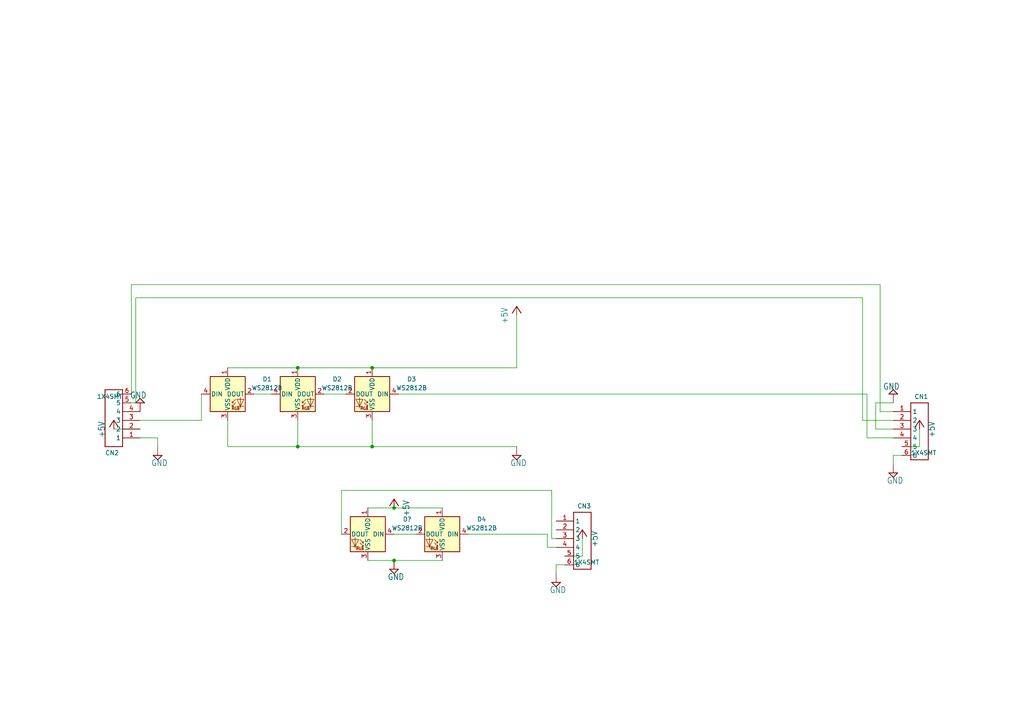
<source format=kicad_sch>
(kicad_sch (version 20211123) (generator eeschema)
  (paper "A4")
  (lib_symbols
    (symbol "1X4SMT_1"
      (property "Reference" "CN" (at 5.08 7.62 0))
      (property "Value" "1X4SMT_1" (at 0 -10.16 0))
      (symbol "1X4SMT_1_1_0"
        (polyline (pts (xy 0 -11.43) (xy 0 5.08)) (stroke (width 0.254)))
        (polyline (pts (xy 0 5.08) (xy 5.08 5.08)) (stroke (width 0.254)))
        (polyline (pts (xy 5.08 -11.43) (xy 0 -11.43)) (stroke (width 0.254)))
        (polyline (pts (xy 5.08 5.08) (xy 5.08 -11.43)) (stroke (width 0.254)))
        (pin bidirectional line (at -5.08 2.54 0) (length 5.08) (name "1") (number "1"))
        (pin bidirectional line (at -5.08 0 0) (length 5.08) (name "2") (number "2"))
        (pin bidirectional line (at -5.08 -2.54 0) (length 5.08) (name "3") (number "3"))
        (pin bidirectional line (at -5.08 -5.08 0) (length 5.08) (name "4") (number "4"))
      )
      (symbol "1X4SMT_1_1_1"
        (pin bidirectional line (at -2.54 -7.62 0) (length 2.54) (name "5") (number "5"))
        (pin bidirectional line (at -2.54 -10.16 0) (length 2.54) (name "6") (number "6"))
      )
    )
    (symbol "Adafruit NeoPixel 8 Stick-eagle-import:+5V" (power)
      (property "Value" "+5V" (at -2.54 -5.08 90))
      (symbol "+5V_1_0"
        (polyline (pts (xy 0 0) (xy -1.27 -1.905)) (stroke (width 0.254)))
        (polyline (pts (xy 1.27 -1.905) (xy 0 0)) (stroke (width 0.254)))
        (pin power_in line (at 0 -2.54 90) (length 2.54) (name "+5V") (number "1"))
      )
    )
    (symbol "Adafruit NeoPixel 8 Stick-eagle-import:1X4SMT"
      (property "Reference" "CN" (at 5.08 7.62 0))
      (property "Value" "1X4SMT" (at 0 -10.16 0))
      (symbol "1X4SMT_1_0"
        (polyline (pts (xy 0 -11.43) (xy 0 5.08)) (stroke (width 0.254)))
        (polyline (pts (xy 0 5.08) (xy 5.08 5.08)) (stroke (width 0.254)))
        (polyline (pts (xy 5.08 -11.43) (xy 0 -11.43)) (stroke (width 0.254)))
        (polyline (pts (xy 5.08 5.08) (xy 5.08 -11.43)) (stroke (width 0.254)))
        (pin bidirectional line (at -5.08 2.54 0) (length 5.08) (name "1") (number "1"))
        (pin bidirectional line (at -5.08 0 0) (length 5.08) (name "2") (number "2"))
        (pin bidirectional line (at -5.08 -2.54 0) (length 5.08) (name "3") (number "3"))
        (pin bidirectional line (at -5.08 -5.08 0) (length 5.08) (name "4") (number "4"))
      )
      (symbol "1X4SMT_1_1"
        (pin bidirectional line (at -2.54 -7.62 0) (length 2.54) (name "5") (number "5"))
        (pin bidirectional line (at -2.54 -10.16 0) (length 2.54) (name "6") (number "6"))
      )
    )
    (symbol "Adafruit NeoPixel 8 Stick-eagle-import:GND" (power)
      (property "Value" "GND" (at -1.905 -3.175 0))
      (symbol "GND_1_0"
        (polyline (pts (xy -1.27 0) (xy 1.27 0)) (stroke (width 0.254)))
        (polyline (pts (xy 0 -1.27) (xy -1.27 0)) (stroke (width 0.254)))
        (polyline (pts (xy 1.27 0) (xy 0 -1.27)) (stroke (width 0.254)))
        (pin power_in line (at 0 2.54 270) (length 2.54) (name "GND") (number "1"))
      )
    )
    (symbol "LED:WS2812B" (pin_names (offset 0.254))
      (property "Reference" "D" (at 5.08 5.715 0))
      (property "Value" "WS2812B" (at 1.27 -5.715 0))
      (symbol "WS2812B_0_0"
        (text "RGB" (at 2.286 -4.191 0) (effects (font (size 0.762 0.762))))
      )
      (symbol "WS2812B_0_1"
        (polyline (pts (xy 1.27 -3.556) (xy 1.778 -3.556)))
        (polyline (pts (xy 1.27 -2.54) (xy 1.778 -2.54)))
        (polyline (pts (xy 4.699 -3.556) (xy 2.667 -3.556)))
        (polyline (pts (xy 2.286 -2.54) (xy 1.27 -3.556) (xy 1.27 -3.048)))
        (polyline (pts (xy 2.286 -1.524) (xy 1.27 -2.54) (xy 1.27 -2.032)))
        (polyline (pts (xy 3.683 -1.016) (xy 3.683 -3.556) (xy 3.683 -4.064)))
        (polyline (pts (xy 4.699 -1.524) (xy 2.667 -1.524) (xy 3.683 -3.556) (xy 4.699 -1.524)))
        (rectangle (start 5.08 5.08) (end -5.08 -5.08) (stroke (width 0.254)) (fill (type background)))
      )
      (symbol "WS2812B_1_1"
        (pin power_in line (at 0 7.62 270) (length 2.54) (name "VDD") (number "1"))
        (pin output line (at 7.62 0 180) (length 2.54) (name "DOUT") (number "2"))
        (pin power_in line (at 0 -7.62 90) (length 2.54) (name "VSS") (number "3"))
        (pin input line (at -7.62 0 0) (length 2.54) (name "DIN") (number "4"))
      )
    )
  )
  (junction (at 114.3 147.32))
  (junction (at 114.3 162.56))
  (junction (at 107.95 129.54))
  (junction (at 86.36 129.54))
  (junction (at 86.36 106.68))
  (junction (at 107.95 106.68))
  (wire (pts (xy 163.83 161.29) (xy 168.91 161.29)))
  (wire (pts (xy 40.64 127) (xy 45.72 127)))
  (wire (pts (xy 45.72 127) (xy 45.72 129.54)))
  (wire (pts (xy 259.08 132.08) (xy 259.08 134.62)))
  (wire (pts (xy 128.27 147.32) (xy 114.3 147.32)))
  (wire (pts (xy 38.1 116.84) (xy 39.37 116.84)))
  (wire (pts (xy 40.64 121.92) (xy 58.42 121.92)))
  (wire (pts (xy 107.95 106.68) (xy 149.86 106.68)))
  (wire (pts (xy 254 116.84) (xy 259.08 116.84)))
  (wire (pts (xy 254 124.46) (xy 254 116.84)))
  (wire (pts (xy 73.66 114.3) (xy 78.74 114.3)))
  (wire (pts (xy 251.46 114.3) (xy 251.46 127)))
  (wire (pts (xy 255.27 82.55) (xy 255.27 119.38)))
  (wire (pts (xy 66.04 106.68) (xy 86.36 106.68)))
  (wire (pts (xy 99.06 154.94) (xy 99.06 142.24)))
  (wire (pts (xy 106.68 162.56) (xy 114.3 162.56)))
  (wire (pts (xy 160.02 156.21) (xy 161.29 156.21)))
  (wire (pts (xy 250.19 86.36) (xy 250.19 121.92)))
  (wire (pts (xy 93.98 114.3) (xy 100.33 114.3)))
  (wire (pts (xy 161.29 163.83) (xy 161.29 166.37)))
  (wire (pts (xy 66.04 121.92) (xy 66.04 129.54)))
  (wire (pts (xy 114.3 162.56) (xy 128.27 162.56)))
  (wire (pts (xy 107.95 129.54) (xy 149.86 129.54)))
  (wire (pts (xy 38.1 82.55) (xy 255.27 82.55)))
  (wire (pts (xy 106.68 147.32) (xy 114.3 147.32)))
  (wire (pts (xy 86.36 106.68) (xy 107.95 106.68)))
  (wire (pts (xy 86.36 129.54) (xy 107.95 129.54)))
  (wire (pts (xy 168.91 161.29) (xy 168.91 156.21)))
  (wire (pts (xy 163.83 163.83) (xy 161.29 163.83)))
  (wire (pts (xy 58.42 121.92) (xy 58.42 114.3)))
  (wire (pts (xy 158.75 158.75) (xy 161.29 158.75)))
  (wire (pts (xy 160.02 142.24) (xy 160.02 156.21)))
  (wire (pts (xy 114.3 154.94) (xy 120.65 154.94)))
  (wire (pts (xy 107.95 121.92) (xy 107.95 129.54)))
  (wire (pts (xy 39.37 86.36) (xy 250.19 86.36)))
  (wire (pts (xy 86.36 121.92) (xy 86.36 129.54)))
  (wire (pts (xy 66.04 129.54) (xy 86.36 129.54)))
  (wire (pts (xy 250.19 121.92) (xy 259.08 121.92)))
  (wire (pts (xy 33.02 124.46) (xy 40.64 124.46)))
  (wire (pts (xy 251.46 127) (xy 259.08 127)))
  (wire (pts (xy 255.27 119.38) (xy 259.08 119.38)))
  (wire (pts (xy 135.89 154.94) (xy 158.75 154.94)))
  (wire (pts (xy 259.08 124.46) (xy 254 124.46)))
  (wire (pts (xy 158.75 154.94) (xy 158.75 158.75)))
  (wire (pts (xy 39.37 116.84) (xy 39.37 86.36)))
  (wire (pts (xy 261.62 132.08) (xy 259.08 132.08)))
  (wire (pts (xy 261.62 129.54) (xy 266.7 129.54)))
  (wire (pts (xy 99.06 142.24) (xy 160.02 142.24)))
  (wire (pts (xy 38.1 114.3) (xy 38.1 82.55)))
  (wire (pts (xy 149.86 91.44) (xy 149.86 106.68)))
  (wire (pts (xy 266.7 129.54) (xy 266.7 124.46)))
  (wire (pts (xy 115.57 114.3) (xy 251.46 114.3)))
  (symbol (lib_id "LED:WS2812B") (at 128.27 154.94 0) (mirror y) (unit 1)
    (property "Reference" "D4" (at 139.7 150.6093 0))
    (property "Value" "WS2812B" (at 139.7 153.1493 0))
    (property "Footprint" "LED_SMD:LED_WS2812B_PLCC4_5.0x5.0mm_P3.2mm" (effects hide))
    (property "Datasheet" "https://cdn-shop.adafruit.com/datasheets/WS2812B.pdf" (effects hide))
  )
  (symbol (lib_name "1X4SMT_1") (lib_id "Adafruit NeoPixel 8 Stick-eagle-import:1X4SMT") (at 166.37 153.67 0) (unit 1)
    (property "Reference" "CN3" (at 171.45 146.05 0) (effects (justify right top)))
    (property "Value" "1X4SMT" (at 166.37 163.83 0) (effects (justify left bottom)))
    (property "Footprint" "Adafruit NeoPixel 8 Stick:1X4-SMT" (effects hide))
  )
  (symbol (lib_id "LED:WS2812B") (at 86.36 114.3 0) (unit 1)
    (property "Reference" "D2" (at 97.79 109.9693 0))
    (property "Value" "WS2812B" (at 97.79 112.5093 0))
    (property "Footprint" "LED_SMD:LED_WS2812B_PLCC4_5.0x5.0mm_P3.2mm" (effects hide))
    (property "Datasheet" "https://cdn-shop.adafruit.com/datasheets/WS2812B.pdf" (effects hide))
  )
  (symbol (lib_id "Adafruit NeoPixel 8 Stick-eagle-import:GND") (at 40.64 116.84 180) (unit 1)
    (property "Reference" "#SUPPLY02" (effects hide))
    (property "Value" "GND" (at 42.545 113.665 0) (effects (font (size 1.778 1.5113)) (justify left bottom)))
    (property "Footprint" "Adafruit NeoPixel 8 Stick:" (effects hide))
  )
  (symbol (lib_id "Adafruit NeoPixel 8 Stick-eagle-import:+5V") (at 33.02 121.92 0) (unit 1)
    (property "Reference" "#P+011" (effects hide))
    (property "Value" "+5V" (at 30.48 127 90) (effects (font (size 1.778 1.5113)) (justify left bottom)))
    (property "Footprint" "Adafruit NeoPixel 8 Stick:" (effects hide))
  )
  (symbol (lib_id "Adafruit NeoPixel 8 Stick-eagle-import:+5V") (at 114.3 144.78 0) (mirror y) (unit 1)
    (property "Reference" "#P+0102" (effects hide))
    (property "Value" "+5V" (at 116.84 149.86 90) (effects (font (size 1.778 1.5113)) (justify left bottom)))
    (property "Footprint" "Adafruit NeoPixel 8 Stick:" (effects hide))
  )
  (symbol (lib_id "LED:WS2812B") (at 107.95 114.3 0) (mirror y) (unit 1)
    (property "Reference" "D3" (at 119.38 109.9693 0))
    (property "Value" "WS2812B" (at 119.38 112.5093 0))
    (property "Footprint" "LED_SMD:LED_WS2812B_PLCC4_5.0x5.0mm_P3.2mm" (effects hide))
    (property "Datasheet" "https://cdn-shop.adafruit.com/datasheets/WS2812B.pdf" (effects hide))
  )
  (symbol (lib_id "Adafruit NeoPixel 8 Stick-eagle-import:GND") (at 45.72 132.08 0) (unit 1)
    (property "Reference" "#SUPPLY07" (effects hide))
    (property "Value" "GND" (at 43.815 135.255 0) (effects (font (size 1.778 1.5113)) (justify left bottom)))
    (property "Footprint" "Adafruit NeoPixel 8 Stick:" (effects hide))
  )
  (symbol (lib_id "Adafruit NeoPixel 8 Stick-eagle-import:1X4SMT") (at 35.56 124.46 180) (unit 1)
    (property "Reference" "CN2" (at 30.48 132.08 0) (effects (justify right top)))
    (property "Value" "1X4SMT" (at 35.56 114.3 0) (effects (justify left bottom)))
    (property "Footprint" "Adafruit NeoPixel 8 Stick:1X4-SMT" (effects hide))
  )
  (symbol (lib_id "Adafruit NeoPixel 8 Stick-eagle-import:GND") (at 114.3 165.1 0) (unit 1)
    (property "Reference" "#SUPPLY0102" (effects hide))
    (property "Value" "GND" (at 112.395 168.275 0) (effects (font (size 1.778 1.5113)) (justify left bottom)))
    (property "Footprint" "Adafruit NeoPixel 8 Stick:" (effects hide))
  )
  (symbol (lib_id "LED:WS2812B") (at 66.04 114.3 0) (unit 1)
    (property "Reference" "D1" (at 77.47 109.9693 0))
    (property "Value" "WS2812B" (at 77.47 112.5093 0))
    (property "Footprint" "LED_SMD:LED_WS2812B_PLCC4_5.0x5.0mm_P3.2mm" (effects hide))
    (property "Datasheet" "https://cdn-shop.adafruit.com/datasheets/WS2812B.pdf" (effects hide))
  )
  (symbol (lib_id "LED:WS2812B") (at 106.68 154.94 0) (mirror y) (unit 1)
    (property "Reference" "D?" (at 118.11 150.6093 0))
    (property "Value" "WS2812B" (at 118.11 153.1493 0))
    (property "Footprint" "LED_SMD:LED_WS2812B_PLCC4_5.0x5.0mm_P3.2mm" (effects hide))
    (property "Datasheet" "https://cdn-shop.adafruit.com/datasheets/WS2812B.pdf" (effects hide))
  )
  (symbol (lib_id "Adafruit NeoPixel 8 Stick-eagle-import:+5V") (at 149.86 88.9 0) (unit 1)
    (property "Reference" "#P+02" (effects hide))
    (property "Value" "+5V" (at 147.32 93.98 90) (effects (font (size 1.778 1.5113)) (justify left bottom)))
    (property "Footprint" "Adafruit NeoPixel 8 Stick:" (effects hide))
  )
  (symbol (lib_name "1X4SMT_1") (lib_id "Adafruit NeoPixel 8 Stick-eagle-import:1X4SMT") (at 264.16 121.92 0) (unit 1)
    (property "Reference" "CN1" (at 269.24 114.3 0) (effects (justify right top)))
    (property "Value" "1X4SMT" (at 264.16 132.08 0) (effects (justify left bottom)))
    (property "Footprint" "Adafruit NeoPixel 8 Stick:1X4-SMT" (effects hide))
  )
  (symbol (lib_id "Adafruit NeoPixel 8 Stick-eagle-import:+5V") (at 266.7 121.92 0) (mirror y) (unit 1)
    (property "Reference" "#P+01" (effects hide))
    (property "Value" "+5V" (at 269.24 127 90) (effects (font (size 1.778 1.5113)) (justify left bottom)))
    (property "Footprint" "Adafruit NeoPixel 8 Stick:" (effects hide))
  )
  (symbol (lib_id "Adafruit NeoPixel 8 Stick-eagle-import:GND") (at 149.86 132.08 0) (unit 1)
    (property "Reference" "#SUPPLY03" (effects hide))
    (property "Value" "GND" (at 147.955 135.255 0) (effects (font (size 1.778 1.5113)) (justify left bottom)))
    (property "Footprint" "Adafruit NeoPixel 8 Stick:" (effects hide))
  )
  (symbol (lib_id "Adafruit NeoPixel 8 Stick-eagle-import:GND") (at 161.29 168.91 0) (unit 1)
    (property "Reference" "#SUPPLY0101" (effects hide))
    (property "Value" "GND" (at 159.385 172.085 0) (effects (font (size 1.778 1.5113)) (justify left bottom)))
    (property "Footprint" "Adafruit NeoPixel 8 Stick:" (effects hide))
  )
  (symbol (lib_id "Adafruit NeoPixel 8 Stick-eagle-import:GND") (at 259.08 137.16 0) (unit 1)
    (property "Reference" "#SUPPLY09" (effects hide))
    (property "Value" "GND" (at 257.175 140.335 0) (effects (font (size 1.778 1.5113)) (justify left bottom)))
    (property "Footprint" "Adafruit NeoPixel 8 Stick:" (effects hide))
  )
  (symbol (lib_id "Adafruit NeoPixel 8 Stick-eagle-import:+5V") (at 168.91 153.67 0) (mirror y) (unit 1)
    (property "Reference" "#P+0101" (effects hide))
    (property "Value" "+5V" (at 171.45 158.75 90) (effects (font (size 1.778 1.5113)) (justify left bottom)))
    (property "Footprint" "Adafruit NeoPixel 8 Stick:" (effects hide))
  )
  (symbol (lib_id "Adafruit NeoPixel 8 Stick-eagle-import:GND") (at 259.08 114.3 180) (unit 1)
    (property "Reference" "#SUPPLY01" (effects hide))
    (property "Value" "GND" (at 260.985 111.125 0) (effects (font (size 1.778 1.5113)) (justify left bottom)))
    (property "Footprint" "Adafruit NeoPixel 8 Stick:" (effects hide))
  )
)
</source>
